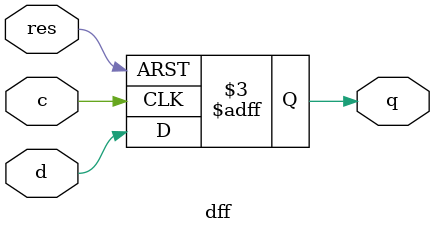
<source format=v>
`timescale 1ns/1ps

module dff (c,d,res,q);
   input wire c, d, res;
   output reg q;

   always @(posedge c or negedge res)
     begin
       if (!res) q <= 1'b0;
       else q <= d;
     end

endmodule

</source>
